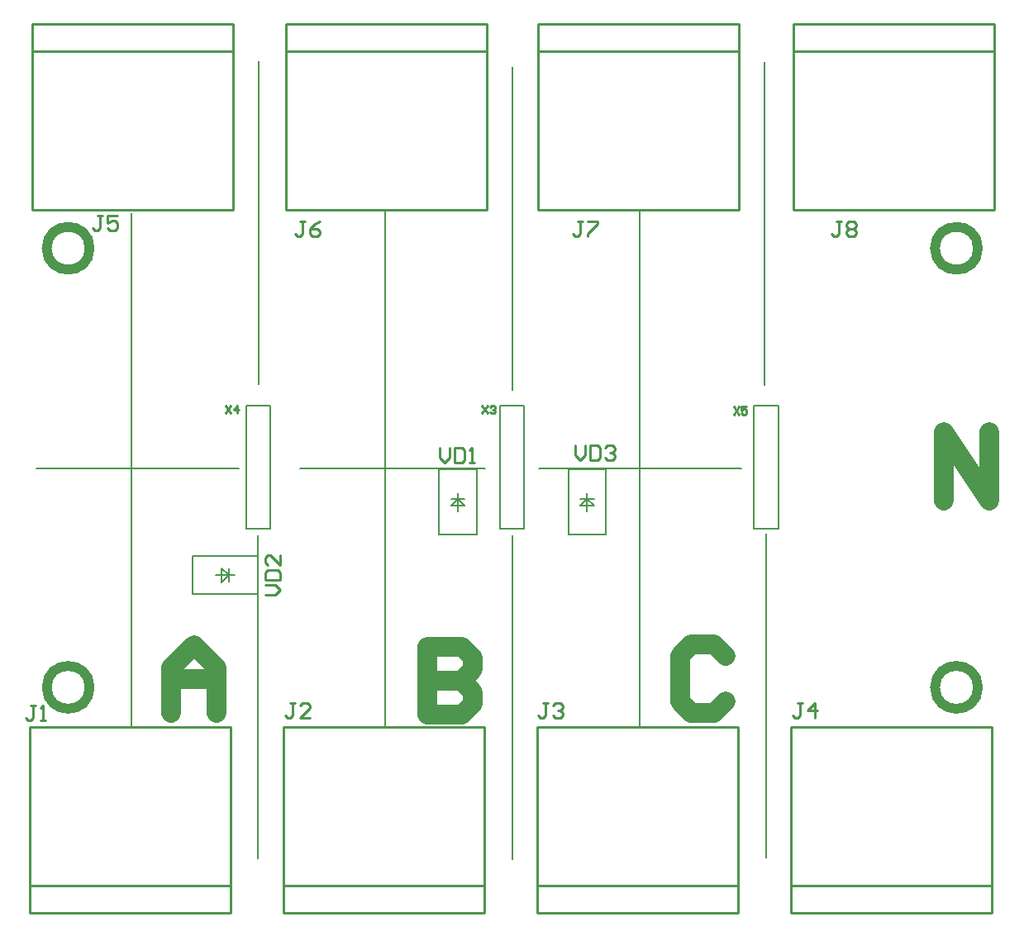
<source format=gbr>
%TF.GenerationSoftware,Altium Limited,Altium Designer,21.6.4 (81)*%
G04 Layer_Color=65535*
%FSLAX43Y43*%
%MOMM*%
%TF.SameCoordinates,1AC814DF-7433-4E0E-8A45-847F92D72221*%
%TF.FilePolarity,Positive*%
%TF.FileFunction,Legend,Top*%
%TF.Part,Single*%
G01*
G75*
%TA.AperFunction,NonConductor*%
%ADD42C,1.000*%
%ADD43C,0.254*%
%ADD44C,0.200*%
%ADD45C,2.000*%
D42*
X7716Y65525D02*
G03*
X7716Y65525I-2200J0D01*
G01*
Y20525D02*
G03*
X7716Y20525I-2200J0D01*
G01*
X98716D02*
G03*
X98716Y20525I-2200J0D01*
G01*
Y65525D02*
G03*
X98716Y65525I-2200J0D01*
G01*
D43*
X1586Y-2549D02*
X22160D01*
X1586Y16501D02*
X22160D01*
Y-2549D02*
Y16501D01*
X1586Y-2549D02*
Y16501D01*
Y245D02*
X22160D01*
X1586Y16501D02*
X22160D01*
Y245D02*
Y16501D01*
X1586Y245D02*
Y16501D01*
X100414Y69499D02*
Y85755D01*
X79840Y69499D02*
Y85755D01*
Y69499D02*
X100414D01*
X79840Y85755D02*
X100414D01*
Y69499D02*
Y88549D01*
X79840Y69499D02*
Y88549D01*
Y69499D02*
X100414D01*
X79840Y88549D02*
X100414D01*
X74244Y69499D02*
Y85755D01*
X53670Y69499D02*
Y85755D01*
Y69499D02*
X74244D01*
X53670Y85755D02*
X74244D01*
Y69499D02*
Y88549D01*
X53670Y69499D02*
Y88549D01*
Y69499D02*
X74244D01*
X53670Y88549D02*
X74244D01*
X48414Y69499D02*
Y85755D01*
X27840Y69499D02*
Y85755D01*
Y69499D02*
X48414D01*
X27840Y85755D02*
X48414D01*
Y69499D02*
Y88549D01*
X27840Y69499D02*
Y88549D01*
Y69499D02*
X48414D01*
X27840Y88549D02*
X48414D01*
X22414Y69499D02*
Y85755D01*
X1840Y69499D02*
Y85755D01*
Y69499D02*
X22414D01*
X1840Y85755D02*
X22414D01*
Y69499D02*
Y88549D01*
X1840Y69499D02*
Y88549D01*
Y69499D02*
X22414D01*
X1840Y88549D02*
X22414D01*
X27586Y245D02*
Y16501D01*
X48160Y245D02*
Y16501D01*
X27586D02*
X48160D01*
X27586Y245D02*
X48160D01*
X27586Y-2549D02*
Y16501D01*
X48160Y-2549D02*
Y16501D01*
X27586D02*
X48160D01*
X27586Y-2549D02*
X48160D01*
X79586Y245D02*
Y16501D01*
X100160Y245D02*
Y16501D01*
X79586D02*
X100160D01*
X79586Y245D02*
X100160D01*
X79586Y-2549D02*
Y16501D01*
X100160Y-2549D02*
Y16501D01*
X79586D02*
X100160D01*
X79586Y-2549D02*
X100160D01*
X53572Y245D02*
Y16501D01*
X74146Y245D02*
Y16501D01*
X53572D02*
X74146D01*
X53572Y245D02*
X74146D01*
X53572Y-2549D02*
Y16501D01*
X74146Y-2549D02*
Y16501D01*
X53572D02*
X74146D01*
X53572Y-2549D02*
X74146D01*
X73684Y49300D02*
X74217Y48500D01*
Y49300D02*
X73684Y48500D01*
X75016Y49300D02*
X74483D01*
Y48900D01*
X74750Y49033D01*
X74883D01*
X75016Y48900D01*
Y48633D01*
X74883Y48500D01*
X74617D01*
X74483Y48633D01*
X21659Y49400D02*
X22192Y48600D01*
Y49400D02*
X21659Y48600D01*
X22858D02*
Y49400D01*
X22458Y49000D01*
X22991D01*
X47934Y49400D02*
X48467Y48600D01*
Y49400D02*
X47934Y48600D01*
X48733Y49267D02*
X48867Y49400D01*
X49133D01*
X49266Y49267D01*
Y49133D01*
X49133Y49000D01*
X49000D01*
X49133D01*
X49266Y48867D01*
Y48733D01*
X49133Y48600D01*
X48867D01*
X48733Y48733D01*
X84746Y68262D02*
X84238D01*
X84492D01*
Y66992D01*
X84238Y66738D01*
X83984D01*
X83730Y66992D01*
X85254Y68008D02*
X85508Y68262D01*
X86016D01*
X86270Y68008D01*
Y67754D01*
X86016Y67500D01*
X86270Y67246D01*
Y66992D01*
X86016Y66738D01*
X85508D01*
X85254Y66992D01*
Y67246D01*
X85508Y67500D01*
X85254Y67754D01*
Y68008D01*
X85508Y67500D02*
X86016D01*
X58246Y68262D02*
X57738D01*
X57992D01*
Y66992D01*
X57738Y66738D01*
X57484D01*
X57230Y66992D01*
X58754Y68262D02*
X59770D01*
Y68008D01*
X58754Y66992D01*
Y66738D01*
X29746Y68262D02*
X29238D01*
X29492D01*
Y66992D01*
X29238Y66738D01*
X28984D01*
X28730Y66992D01*
X31270Y68262D02*
X30762Y68008D01*
X30254Y67500D01*
Y66992D01*
X30508Y66738D01*
X31016D01*
X31270Y66992D01*
Y67246D01*
X31016Y67500D01*
X30254D01*
X9071Y68837D02*
X8563D01*
X8817D01*
Y67567D01*
X8563Y67313D01*
X8309D01*
X8055Y67567D01*
X10595Y68837D02*
X9579D01*
Y68075D01*
X10087Y68329D01*
X10341D01*
X10595Y68075D01*
Y67567D01*
X10341Y67313D01*
X9833D01*
X9579Y67567D01*
X80739Y18913D02*
X80231D01*
X80485D01*
Y17643D01*
X80231Y17389D01*
X79977D01*
X79723Y17643D01*
X82008Y17389D02*
Y18913D01*
X81246Y18151D01*
X82262D01*
X54704Y18913D02*
X54196D01*
X54450D01*
Y17643D01*
X54196Y17389D01*
X53942D01*
X53688Y17643D01*
X55211Y18659D02*
X55465Y18913D01*
X55973D01*
X56227Y18659D01*
Y18405D01*
X55973Y18151D01*
X55719D01*
X55973D01*
X56227Y17897D01*
Y17643D01*
X55973Y17389D01*
X55465D01*
X55211Y17643D01*
X28719Y18913D02*
X28212D01*
X28466D01*
Y17643D01*
X28212Y17389D01*
X27958D01*
X27704Y17643D01*
X30243Y17389D02*
X29227D01*
X30243Y18405D01*
Y18659D01*
X29989Y18913D01*
X29481D01*
X29227Y18659D01*
X2173Y18649D02*
X1665D01*
X1919D01*
Y17379D01*
X1665Y17125D01*
X1411D01*
X1157Y17379D01*
X2680Y17125D02*
X3188D01*
X2934D01*
Y18649D01*
X2680Y18395D01*
X57469Y45342D02*
Y44326D01*
X57976Y43818D01*
X58484Y44326D01*
Y45342D01*
X58992D02*
Y43818D01*
X59754D01*
X60008Y44072D01*
Y45088D01*
X59754Y45342D01*
X58992D01*
X60516Y45088D02*
X60770Y45342D01*
X61277D01*
X61531Y45088D01*
Y44834D01*
X61277Y44580D01*
X61024D01*
X61277D01*
X61531Y44326D01*
Y44072D01*
X61277Y43818D01*
X60770D01*
X60516Y44072D01*
X43548Y45037D02*
Y44021D01*
X44055Y43513D01*
X44563Y44021D01*
Y45037D01*
X45071D02*
Y43513D01*
X45833D01*
X46087Y43767D01*
Y44783D01*
X45833Y45037D01*
X45071D01*
X46595Y43513D02*
X47102D01*
X46849D01*
Y45037D01*
X46595Y44783D01*
X25738Y29969D02*
X26754D01*
X27262Y30476D01*
X26754Y30984D01*
X25738D01*
Y31492D02*
X27262D01*
Y32254D01*
X27008Y32508D01*
X25992D01*
X25738Y32254D01*
Y31492D01*
X27262Y34031D02*
Y33016D01*
X26246Y34031D01*
X25992D01*
X25738Y33777D01*
Y33270D01*
X25992Y33016D01*
D44*
X75750Y49410D02*
X78250D01*
X75750Y36750D02*
X78250D01*
Y49410D01*
X75750Y36750D02*
Y49410D01*
X49750D02*
X52250D01*
X49750Y36750D02*
X52250D01*
Y49410D01*
X49750Y36750D02*
Y49410D01*
X23750D02*
X26250D01*
X23750Y36750D02*
X26250D01*
Y49410D01*
X23750Y36750D02*
Y49410D01*
X76986Y3117D02*
X76986Y36242D01*
X51066Y2943D02*
X51066Y36068D01*
X24977Y2992D02*
X24977Y36117D01*
X25027Y51592D02*
X25027Y84717D01*
X76861Y51492D02*
X76861Y84617D01*
X53735Y43000D02*
X74500D01*
X29235D02*
X48239D01*
X58667Y39850D02*
Y40450D01*
X57967Y39850D02*
X58667D01*
Y38550D02*
Y39850D01*
X59367D01*
X57960Y39143D02*
X59374D01*
X57960D02*
X58667Y39850D01*
X59374Y39143D01*
X56742Y42850D02*
X60592D01*
X56742Y36150D02*
X60592D01*
X56742D02*
Y42850D01*
X60592Y36150D02*
Y42850D01*
X21965Y32025D02*
X22565D01*
X21965D02*
Y32725D01*
X20665Y32025D02*
X21965D01*
Y31325D02*
Y32025D01*
X21258Y31318D02*
Y32733D01*
X21965Y32025D01*
X21258Y31318D02*
X21965Y32025D01*
X24965Y30100D02*
Y33950D01*
X18265Y30100D02*
Y33950D01*
X24965D01*
X18265Y30100D02*
X24965D01*
X45450Y39850D02*
Y40450D01*
X44750Y39850D02*
X45450D01*
Y38550D02*
Y39850D01*
X46150D01*
X44743Y39143D02*
X46157D01*
X44743D02*
X45450Y39850D01*
X46157Y39143D01*
X43525Y42850D02*
X47375D01*
X43525Y36150D02*
X47375D01*
X43525D02*
Y42850D01*
X47375Y36150D02*
Y42850D01*
X2235Y43000D02*
X23000D01*
X64033Y16459D02*
Y69545D01*
X38000Y16483D02*
Y69499D01*
X12000Y16501D02*
X12000Y69139D01*
X51000Y51000D02*
X51000Y84125D01*
D45*
X95250Y39675D02*
Y46673D01*
X99915Y39675D01*
Y46673D01*
X72840Y23756D02*
X71674Y24923D01*
X69341D01*
X68175Y23756D01*
Y19091D01*
X69341Y17925D01*
X71674D01*
X72840Y19091D01*
X16075Y17875D02*
Y22540D01*
X18408Y24873D01*
X20740Y22540D01*
Y17875D01*
Y21374D01*
X16075D01*
X42335Y24698D02*
Y17700D01*
X45834D01*
X47000Y18866D01*
Y20033D01*
X45834Y21199D01*
X42335D01*
X45834D01*
X47000Y22365D01*
Y23531D01*
X45834Y24698D01*
X42335D01*
%TF.MD5,ddf555a163e2a2b183247d6a044e4007*%
M02*

</source>
